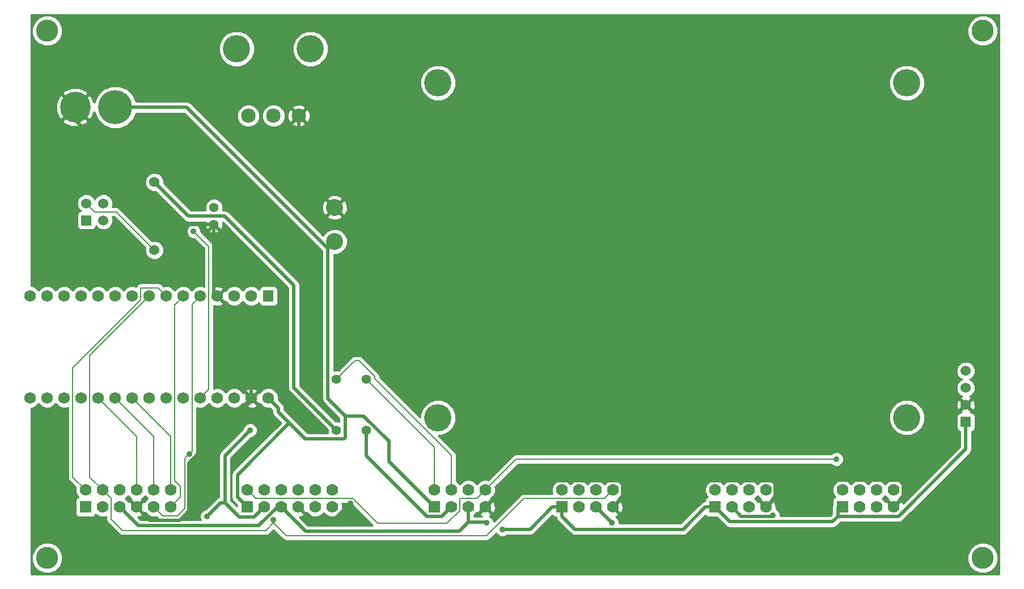
<source format=gbl>
G04 (created by PCBNEW-RS274X (2011-07-19)-testing) date Fri 05 Aug 2011 12:19:43 PM PDT*
G01*
G70*
G90*
%MOIN*%
G04 Gerber Fmt 3.4, Leading zero omitted, Abs format*
%FSLAX34Y34*%
G04 APERTURE LIST*
%ADD10C,0.006000*%
%ADD11C,0.130000*%
%ADD12C,0.160000*%
%ADD13C,0.060000*%
%ADD14C,0.055000*%
%ADD15C,0.085000*%
%ADD16R,0.060000X0.060000*%
%ADD17C,0.100000*%
%ADD18R,0.060000X0.069000*%
%ADD19C,0.069000*%
%ADD20R,0.070000X0.070000*%
%ADD21C,0.070000*%
%ADD22C,0.200000*%
%ADD23C,0.181100*%
%ADD24C,0.035000*%
%ADD25C,0.020000*%
%ADD26C,0.008000*%
%ADD27C,0.010000*%
G04 APERTURE END LIST*
G54D10*
G54D11*
X32000Y-14500D03*
X32000Y-45500D03*
X87000Y-45500D03*
X87000Y-14500D03*
G54D12*
X54970Y-17565D03*
X82530Y-37250D03*
X82530Y-17565D03*
X54970Y-37250D03*
G54D13*
X38300Y-27400D03*
X38300Y-23400D03*
G54D14*
X50750Y-38000D03*
X50750Y-35000D03*
X49000Y-38000D03*
X49000Y-35000D03*
G54D15*
X43820Y-19500D03*
X45300Y-19500D03*
X46780Y-19500D03*
G54D12*
X43130Y-15560D03*
X47470Y-15560D03*
G54D16*
X86000Y-37500D03*
G54D13*
X86000Y-36500D03*
X86000Y-35500D03*
X86000Y-34500D03*
G54D17*
X48900Y-26900D03*
X48900Y-24900D03*
G54D14*
X41800Y-24900D03*
X41800Y-25900D03*
G54D18*
X45000Y-30100D03*
G54D19*
X44000Y-30100D03*
X43000Y-30100D03*
X42000Y-30100D03*
X41000Y-30100D03*
X40000Y-30100D03*
X39000Y-30100D03*
X38000Y-30100D03*
X37000Y-30100D03*
X36000Y-30100D03*
X35000Y-30100D03*
X34000Y-30100D03*
X33000Y-30100D03*
X32000Y-30100D03*
X31000Y-30100D03*
X31000Y-36100D03*
X32000Y-36100D03*
X33000Y-36100D03*
X34000Y-36100D03*
X35000Y-36100D03*
X36000Y-36100D03*
X37000Y-36100D03*
X38000Y-36100D03*
X39000Y-36100D03*
X40000Y-36100D03*
X41000Y-36100D03*
X42000Y-36100D03*
X43000Y-36100D03*
X44000Y-36100D03*
X45000Y-36100D03*
G54D20*
X43750Y-42500D03*
G54D21*
X43750Y-41500D03*
X44750Y-42500D03*
X44750Y-41500D03*
X45750Y-42500D03*
X45750Y-41500D03*
X46750Y-42500D03*
X46750Y-41500D03*
X47750Y-42500D03*
X47750Y-41500D03*
X48750Y-42500D03*
X48750Y-41500D03*
G54D20*
X34250Y-42500D03*
G54D21*
X34250Y-41500D03*
X35250Y-42500D03*
X35250Y-41500D03*
X36250Y-42500D03*
X36250Y-41500D03*
X37250Y-42500D03*
X37250Y-41500D03*
X38250Y-42500D03*
X38250Y-41500D03*
X39250Y-42500D03*
X39250Y-41500D03*
G54D20*
X62250Y-42500D03*
G54D21*
X62250Y-41500D03*
X63250Y-42500D03*
X63250Y-41500D03*
X64250Y-42500D03*
X64250Y-41500D03*
X65250Y-42500D03*
X65250Y-41500D03*
G54D20*
X78750Y-42500D03*
G54D21*
X78750Y-41500D03*
X79750Y-42500D03*
X79750Y-41500D03*
X80750Y-42500D03*
X80750Y-41500D03*
X81750Y-42500D03*
X81750Y-41500D03*
G54D20*
X54750Y-42500D03*
G54D21*
X54750Y-41500D03*
X55750Y-42500D03*
X55750Y-41500D03*
X56750Y-42500D03*
X56750Y-41500D03*
X57750Y-42500D03*
X57750Y-41500D03*
G54D20*
X71250Y-42500D03*
G54D21*
X71250Y-41500D03*
X72250Y-42500D03*
X72250Y-41500D03*
X73250Y-42500D03*
X73250Y-41500D03*
X74250Y-42500D03*
X74250Y-41500D03*
G54D16*
X34300Y-25650D03*
G54D13*
X34300Y-24650D03*
X35300Y-25650D03*
X35300Y-24650D03*
G54D22*
X36000Y-19000D03*
G54D23*
X33638Y-19000D03*
G54D24*
X65183Y-43433D03*
X57818Y-43441D03*
X43927Y-38000D03*
X41394Y-43053D03*
X74660Y-42983D03*
X40344Y-39382D03*
X78392Y-39690D03*
X45299Y-43274D03*
X40600Y-26286D03*
X58755Y-43829D03*
X49805Y-42302D03*
G54D25*
X37354Y-43604D02*
X36250Y-42500D01*
X44435Y-43604D02*
X37354Y-43604D01*
X45539Y-42500D02*
X44435Y-43604D01*
X45750Y-42500D02*
X45539Y-42500D01*
X65183Y-43433D02*
X64250Y-42500D01*
X57782Y-43405D02*
X57818Y-43441D01*
X56750Y-43405D02*
X57782Y-43405D01*
X56750Y-42500D02*
X56750Y-43405D01*
X47187Y-43937D02*
X45750Y-42500D01*
X56218Y-43937D02*
X47187Y-43937D01*
X56750Y-43405D02*
X56218Y-43937D01*
X50750Y-39487D02*
X50750Y-38000D01*
X54316Y-43053D02*
X50750Y-39487D01*
X55197Y-43053D02*
X54316Y-43053D01*
X55750Y-42500D02*
X55197Y-43053D01*
X42451Y-39476D02*
X43927Y-38000D01*
X42451Y-42264D02*
X42451Y-39476D01*
X43288Y-43101D02*
X42451Y-42264D01*
X44149Y-43101D02*
X43288Y-43101D01*
X44750Y-42500D02*
X44149Y-43101D01*
X42183Y-42264D02*
X41394Y-43053D01*
X42451Y-42264D02*
X42183Y-42264D01*
X74589Y-43054D02*
X74660Y-42983D01*
X72804Y-43054D02*
X74589Y-43054D01*
X72250Y-42500D02*
X72804Y-43054D01*
X40300Y-25400D02*
X38300Y-23400D01*
X42427Y-25400D02*
X40300Y-25400D01*
X46493Y-29466D02*
X42427Y-25400D01*
X46493Y-35493D02*
X46493Y-29466D01*
X49000Y-38000D02*
X46493Y-35493D01*
G54D26*
X37250Y-38350D02*
X35000Y-36100D01*
X37250Y-41500D02*
X37250Y-38350D01*
X38250Y-38350D02*
X36000Y-36100D01*
X38250Y-41500D02*
X38250Y-38350D01*
X39250Y-38350D02*
X37000Y-36100D01*
X39250Y-41500D02*
X39250Y-38350D01*
X40511Y-39215D02*
X40344Y-39382D01*
X40511Y-30589D02*
X40511Y-39215D01*
X41000Y-30100D02*
X40511Y-30589D01*
X38791Y-43041D02*
X38250Y-42500D01*
X39638Y-43041D02*
X38791Y-43041D01*
X40085Y-42594D02*
X39638Y-43041D01*
X40085Y-39641D02*
X40085Y-42594D01*
X40344Y-39382D02*
X40085Y-39641D01*
X39489Y-30611D02*
X40000Y-30100D01*
X39489Y-40961D02*
X39489Y-30611D01*
X39828Y-41300D02*
X39489Y-40961D01*
X39828Y-41922D02*
X39828Y-41300D01*
X39250Y-42500D02*
X39828Y-41922D01*
X57244Y-42006D02*
X57750Y-41500D01*
X56272Y-42006D02*
X57244Y-42006D01*
X56250Y-42028D02*
X56272Y-42006D01*
X56250Y-42710D02*
X56250Y-42028D01*
X55485Y-43475D02*
X56250Y-42710D01*
X51429Y-43475D02*
X55485Y-43475D01*
X49938Y-41984D02*
X51429Y-43475D01*
X49673Y-41984D02*
X49938Y-41984D01*
X49657Y-42000D02*
X49673Y-41984D01*
X44250Y-42000D02*
X49657Y-42000D01*
X43750Y-41500D02*
X44250Y-42000D01*
X59560Y-39690D02*
X78392Y-39690D01*
X57750Y-41500D02*
X59560Y-39690D01*
X38511Y-29611D02*
X39000Y-30100D01*
X37522Y-29611D02*
X38511Y-29611D01*
X37500Y-29633D02*
X37522Y-29611D01*
X37500Y-30339D02*
X37500Y-29633D01*
X33500Y-34339D02*
X37500Y-30339D01*
X33500Y-40750D02*
X33500Y-34339D01*
X34250Y-41500D02*
X33500Y-40750D01*
X34501Y-40751D02*
X35250Y-41500D01*
X34501Y-33599D02*
X34501Y-40751D01*
X38000Y-30100D02*
X34501Y-33599D01*
X64744Y-42006D02*
X65250Y-41500D01*
X60012Y-42006D02*
X64744Y-42006D01*
X57818Y-44200D02*
X60012Y-42006D01*
X46059Y-44200D02*
X57818Y-44200D01*
X45299Y-43440D02*
X46059Y-44200D01*
X44854Y-43885D02*
X45299Y-43440D01*
X36431Y-43885D02*
X44854Y-43885D01*
X35756Y-43210D02*
X36431Y-43885D01*
X35756Y-42006D02*
X35756Y-43210D01*
X35250Y-41500D02*
X35756Y-42006D01*
X45299Y-43440D02*
X45299Y-43274D01*
X41500Y-27186D02*
X40600Y-26286D01*
X41500Y-35600D02*
X41500Y-27186D01*
X41000Y-36100D02*
X41500Y-35600D01*
X54750Y-39000D02*
X50750Y-35000D01*
X54750Y-41500D02*
X54750Y-39000D01*
X50099Y-33901D02*
X49000Y-35000D01*
X50331Y-33901D02*
X50099Y-33901D01*
X51257Y-34827D02*
X50331Y-33901D01*
X51257Y-34966D02*
X51257Y-34827D01*
X55750Y-39459D02*
X51257Y-34966D01*
X55750Y-41500D02*
X55750Y-39459D01*
G54D25*
X71250Y-42500D02*
X70697Y-42500D01*
X78750Y-42500D02*
X78474Y-42500D01*
X78474Y-42500D02*
X78474Y-43054D01*
X78158Y-43370D02*
X78474Y-43054D01*
X72120Y-43370D02*
X78158Y-43370D01*
X71250Y-42500D02*
X72120Y-43370D01*
X86000Y-39097D02*
X86000Y-37500D01*
X82043Y-43054D02*
X86000Y-39097D01*
X78474Y-43054D02*
X82043Y-43054D01*
X62250Y-42500D02*
X62250Y-43053D01*
X52081Y-39831D02*
X54750Y-42500D01*
X52081Y-38641D02*
X52081Y-39831D01*
X50583Y-37143D02*
X52081Y-38641D01*
X49520Y-37143D02*
X50583Y-37143D01*
X40194Y-19000D02*
X48497Y-27303D01*
X36000Y-19000D02*
X40194Y-19000D01*
X48497Y-36120D02*
X48497Y-27303D01*
X49520Y-37143D02*
X48497Y-36120D01*
X48497Y-27303D02*
X48900Y-26900D01*
X62250Y-42500D02*
X61697Y-42500D01*
X43175Y-40621D02*
X46234Y-37562D01*
X43175Y-41925D02*
X43175Y-40621D01*
X43750Y-42500D02*
X43175Y-41925D01*
X45582Y-36911D02*
X46234Y-37562D01*
X45582Y-36682D02*
X45582Y-36911D01*
X45000Y-36100D02*
X45582Y-36682D01*
X49520Y-38437D02*
X49520Y-37143D01*
X49463Y-38494D02*
X49520Y-38437D01*
X47165Y-38494D02*
X49463Y-38494D01*
X46234Y-37562D02*
X47165Y-38494D01*
X58767Y-43817D02*
X58755Y-43829D01*
X58767Y-43816D02*
X58767Y-43817D01*
X60381Y-43816D02*
X58767Y-43816D01*
X61697Y-42500D02*
X60381Y-43816D01*
X69373Y-43824D02*
X70697Y-42500D01*
X63021Y-43824D02*
X69373Y-43824D01*
X62250Y-43053D02*
X63021Y-43824D01*
X82330Y-40170D02*
X82330Y-40941D01*
X86000Y-36500D02*
X82330Y-40170D01*
X82330Y-41920D02*
X81750Y-42500D01*
X82330Y-40941D02*
X82330Y-41920D01*
X74833Y-40941D02*
X74804Y-40970D01*
X82330Y-40941D02*
X74833Y-40941D01*
X74804Y-41946D02*
X74804Y-40970D01*
X74250Y-42500D02*
X74804Y-41946D01*
X65888Y-40946D02*
X65830Y-41004D01*
X74780Y-40946D02*
X65888Y-40946D01*
X74804Y-40970D02*
X74780Y-40946D01*
X65773Y-40947D02*
X65830Y-41004D01*
X59303Y-40947D02*
X65773Y-40947D01*
X57750Y-42500D02*
X59303Y-40947D01*
X65830Y-41920D02*
X65250Y-42500D01*
X65830Y-41004D02*
X65830Y-41920D01*
X39781Y-25900D02*
X41800Y-25900D01*
X33638Y-19757D02*
X39781Y-25900D01*
X33638Y-19000D02*
X33638Y-19757D01*
X41800Y-29900D02*
X42000Y-30100D01*
X41800Y-25900D02*
X41800Y-29900D01*
X44000Y-32100D02*
X44000Y-36100D01*
X42000Y-30100D02*
X44000Y-32100D01*
X46780Y-22780D02*
X46780Y-19500D01*
X48900Y-24900D02*
X46780Y-22780D01*
X47429Y-43179D02*
X46750Y-42500D01*
X48928Y-43179D02*
X47429Y-43179D01*
X49805Y-42302D02*
X48928Y-43179D01*
X44000Y-36261D02*
X44000Y-36100D01*
X40329Y-39932D02*
X44000Y-36261D01*
X40329Y-42740D02*
X40329Y-39932D01*
X39784Y-43285D02*
X40329Y-42740D01*
X38035Y-43285D02*
X39784Y-43285D01*
X37250Y-42500D02*
X38035Y-43285D01*
G54D26*
X36050Y-25150D02*
X38300Y-27400D01*
X34800Y-25150D02*
X36050Y-25150D01*
X34300Y-24650D02*
X34800Y-25150D01*
G54D10*
G36*
X38597Y-43254D02*
X37498Y-43254D01*
X37329Y-43085D01*
X37394Y-43082D01*
X37560Y-43013D01*
X37593Y-42914D01*
X37285Y-42606D01*
X37250Y-42571D01*
X37179Y-42500D01*
X37144Y-42465D01*
X36836Y-42157D01*
X36765Y-42180D01*
X36758Y-42161D01*
X36597Y-42000D01*
X36750Y-41847D01*
X36911Y-42008D01*
X36930Y-42015D01*
X36907Y-42086D01*
X37250Y-42429D01*
X37593Y-42086D01*
X37569Y-42015D01*
X37589Y-42008D01*
X37750Y-41847D01*
X37903Y-42000D01*
X37742Y-42161D01*
X37734Y-42180D01*
X37664Y-42157D01*
X37321Y-42500D01*
X37664Y-42843D01*
X37734Y-42819D01*
X37742Y-42839D01*
X37911Y-43008D01*
X38131Y-43099D01*
X38369Y-43099D01*
X38418Y-43078D01*
X38586Y-43246D01*
X38597Y-43254D01*
X38597Y-43254D01*
G37*
G54D27*
X38597Y-43254D02*
X37498Y-43254D01*
X37329Y-43085D01*
X37394Y-43082D01*
X37560Y-43013D01*
X37593Y-42914D01*
X37285Y-42606D01*
X37250Y-42571D01*
X37179Y-42500D01*
X37144Y-42465D01*
X36836Y-42157D01*
X36765Y-42180D01*
X36758Y-42161D01*
X36597Y-42000D01*
X36750Y-41847D01*
X36911Y-42008D01*
X36930Y-42015D01*
X36907Y-42086D01*
X37250Y-42429D01*
X37593Y-42086D01*
X37569Y-42015D01*
X37589Y-42008D01*
X37750Y-41847D01*
X37903Y-42000D01*
X37742Y-42161D01*
X37734Y-42180D01*
X37664Y-42157D01*
X37321Y-42500D01*
X37664Y-42843D01*
X37734Y-42819D01*
X37742Y-42839D01*
X37911Y-43008D01*
X38131Y-43099D01*
X38369Y-43099D01*
X38418Y-43078D01*
X38586Y-43246D01*
X38597Y-43254D01*
G54D10*
G36*
X51131Y-43587D02*
X47331Y-43587D01*
X46829Y-43085D01*
X46894Y-43082D01*
X47060Y-43013D01*
X47093Y-42914D01*
X46785Y-42606D01*
X46750Y-42571D01*
X46679Y-42500D01*
X46750Y-42429D01*
X46821Y-42500D01*
X46856Y-42535D01*
X47164Y-42843D01*
X47234Y-42819D01*
X47242Y-42839D01*
X47411Y-43008D01*
X47631Y-43099D01*
X47869Y-43099D01*
X48089Y-43008D01*
X48250Y-42847D01*
X48411Y-43008D01*
X48631Y-43099D01*
X48869Y-43099D01*
X49089Y-43008D01*
X49258Y-42839D01*
X49349Y-42619D01*
X49349Y-42381D01*
X49311Y-42290D01*
X49657Y-42290D01*
X49737Y-42274D01*
X49818Y-42274D01*
X51131Y-43587D01*
X51131Y-43587D01*
G37*
G54D27*
X51131Y-43587D02*
X47331Y-43587D01*
X46829Y-43085D01*
X46894Y-43082D01*
X47060Y-43013D01*
X47093Y-42914D01*
X46785Y-42606D01*
X46750Y-42571D01*
X46679Y-42500D01*
X46750Y-42429D01*
X46821Y-42500D01*
X46856Y-42535D01*
X47164Y-42843D01*
X47234Y-42819D01*
X47242Y-42839D01*
X47411Y-43008D01*
X47631Y-43099D01*
X47869Y-43099D01*
X48089Y-43008D01*
X48250Y-42847D01*
X48411Y-43008D01*
X48631Y-43099D01*
X48869Y-43099D01*
X49089Y-43008D01*
X49258Y-42839D01*
X49349Y-42619D01*
X49349Y-42381D01*
X49311Y-42290D01*
X49657Y-42290D01*
X49737Y-42274D01*
X49818Y-42274D01*
X51131Y-43587D01*
G54D10*
G36*
X87950Y-46450D02*
X87900Y-46450D01*
X87900Y-45680D01*
X87900Y-45322D01*
X87900Y-14680D01*
X87900Y-14322D01*
X87763Y-13991D01*
X87511Y-13738D01*
X87180Y-13600D01*
X86822Y-13600D01*
X86491Y-13737D01*
X86238Y-13989D01*
X86100Y-14320D01*
X86100Y-14678D01*
X86237Y-15009D01*
X86489Y-15262D01*
X86820Y-15400D01*
X87178Y-15400D01*
X87509Y-15263D01*
X87762Y-15011D01*
X87900Y-14680D01*
X87900Y-45322D01*
X87763Y-44991D01*
X87511Y-44738D01*
X87180Y-44600D01*
X86822Y-44600D01*
X86491Y-44737D01*
X86238Y-44989D01*
X86100Y-45320D01*
X86100Y-45678D01*
X86237Y-46009D01*
X86489Y-46262D01*
X86820Y-46400D01*
X87178Y-46400D01*
X87509Y-46263D01*
X87762Y-46011D01*
X87900Y-45680D01*
X87900Y-46450D01*
X32900Y-46450D01*
X32900Y-45680D01*
X32900Y-45322D01*
X32763Y-44991D01*
X32511Y-44738D01*
X32180Y-44600D01*
X31822Y-44600D01*
X31491Y-44737D01*
X31238Y-44989D01*
X31100Y-45320D01*
X31100Y-45678D01*
X31237Y-46009D01*
X31489Y-46262D01*
X31820Y-46400D01*
X32178Y-46400D01*
X32509Y-46263D01*
X32762Y-46011D01*
X32900Y-45680D01*
X32900Y-46450D01*
X31050Y-46450D01*
X31050Y-36694D01*
X31118Y-36694D01*
X31336Y-36604D01*
X31500Y-36440D01*
X31663Y-36603D01*
X31882Y-36694D01*
X32118Y-36694D01*
X32336Y-36604D01*
X32500Y-36440D01*
X32663Y-36603D01*
X32882Y-36694D01*
X33118Y-36694D01*
X33210Y-36656D01*
X33210Y-40750D01*
X33232Y-40861D01*
X33295Y-40955D01*
X33671Y-41331D01*
X33651Y-41381D01*
X33651Y-41619D01*
X33742Y-41839D01*
X33817Y-41914D01*
X33759Y-41939D01*
X33689Y-42009D01*
X33651Y-42100D01*
X33651Y-42199D01*
X33651Y-42899D01*
X33689Y-42991D01*
X33759Y-43061D01*
X33850Y-43099D01*
X33949Y-43099D01*
X34649Y-43099D01*
X34741Y-43061D01*
X34811Y-42991D01*
X34835Y-42932D01*
X34911Y-43008D01*
X35131Y-43099D01*
X35369Y-43099D01*
X35466Y-43058D01*
X35466Y-43210D01*
X35488Y-43321D01*
X35551Y-43415D01*
X36226Y-44090D01*
X36320Y-44153D01*
X36431Y-44175D01*
X44854Y-44175D01*
X44965Y-44153D01*
X45059Y-44090D01*
X45299Y-43850D01*
X45853Y-44404D01*
X45854Y-44405D01*
X45947Y-44467D01*
X45948Y-44468D01*
X46058Y-44489D01*
X46059Y-44490D01*
X57818Y-44490D01*
X57929Y-44468D01*
X58023Y-44405D01*
X58383Y-44044D01*
X58394Y-44069D01*
X58514Y-44189D01*
X58670Y-44254D01*
X58839Y-44254D01*
X58995Y-44190D01*
X59019Y-44166D01*
X60381Y-44166D01*
X60381Y-44165D01*
X60515Y-44139D01*
X60628Y-44063D01*
X61694Y-42996D01*
X61759Y-43061D01*
X61850Y-43099D01*
X61909Y-43099D01*
X61927Y-43187D01*
X62003Y-43300D01*
X62773Y-44071D01*
X62774Y-44071D01*
X62887Y-44147D01*
X63021Y-44174D01*
X69373Y-44174D01*
X69373Y-44173D01*
X69507Y-44147D01*
X69620Y-44071D01*
X70694Y-42996D01*
X70759Y-43061D01*
X70850Y-43099D01*
X70949Y-43099D01*
X71354Y-43099D01*
X71872Y-43617D01*
X71873Y-43617D01*
X71986Y-43693D01*
X72120Y-43720D01*
X78158Y-43720D01*
X78158Y-43719D01*
X78292Y-43693D01*
X78405Y-43617D01*
X78618Y-43404D01*
X82043Y-43404D01*
X82043Y-43403D01*
X82177Y-43377D01*
X82290Y-43301D01*
X86247Y-39345D01*
X86247Y-39344D01*
X86323Y-39231D01*
X86349Y-39097D01*
X86350Y-39097D01*
X86350Y-38048D01*
X86441Y-38011D01*
X86511Y-37941D01*
X86549Y-37850D01*
X86549Y-37751D01*
X86549Y-37151D01*
X86549Y-35609D01*
X86549Y-35391D01*
X86465Y-35189D01*
X86311Y-35035D01*
X86226Y-35000D01*
X86311Y-34965D01*
X86465Y-34811D01*
X86549Y-34609D01*
X86549Y-34391D01*
X86465Y-34189D01*
X86311Y-34035D01*
X86109Y-33951D01*
X85891Y-33951D01*
X85689Y-34035D01*
X85535Y-34189D01*
X85451Y-34391D01*
X85451Y-34609D01*
X85535Y-34811D01*
X85689Y-34965D01*
X85773Y-35000D01*
X85689Y-35035D01*
X85535Y-35189D01*
X85451Y-35391D01*
X85451Y-35609D01*
X85535Y-35811D01*
X85689Y-35965D01*
X85780Y-36002D01*
X85719Y-36028D01*
X85692Y-36122D01*
X86000Y-36429D01*
X86308Y-36122D01*
X86281Y-36028D01*
X86215Y-36004D01*
X86311Y-35965D01*
X86465Y-35811D01*
X86549Y-35609D01*
X86549Y-37151D01*
X86543Y-37136D01*
X86543Y-36579D01*
X86532Y-36366D01*
X86472Y-36219D01*
X86378Y-36192D01*
X86071Y-36500D01*
X86378Y-36808D01*
X86472Y-36781D01*
X86543Y-36579D01*
X86543Y-37136D01*
X86511Y-37059D01*
X86441Y-36989D01*
X86350Y-36951D01*
X86287Y-36951D01*
X86308Y-36878D01*
X86000Y-36571D01*
X85929Y-36641D01*
X85929Y-36500D01*
X85622Y-36192D01*
X85528Y-36219D01*
X85457Y-36421D01*
X85468Y-36634D01*
X85528Y-36781D01*
X85622Y-36808D01*
X85929Y-36500D01*
X85929Y-36641D01*
X85692Y-36878D01*
X85712Y-36951D01*
X85651Y-36951D01*
X85559Y-36989D01*
X85489Y-37059D01*
X85451Y-37150D01*
X85451Y-37249D01*
X85451Y-37849D01*
X85489Y-37941D01*
X85559Y-38011D01*
X85650Y-38049D01*
X85650Y-38952D01*
X83580Y-41022D01*
X83580Y-37460D01*
X83580Y-37042D01*
X83580Y-17775D01*
X83580Y-17357D01*
X83420Y-16971D01*
X83125Y-16675D01*
X82740Y-16515D01*
X82322Y-16515D01*
X81936Y-16675D01*
X81640Y-16970D01*
X81480Y-17355D01*
X81480Y-17773D01*
X81640Y-18159D01*
X81935Y-18455D01*
X82320Y-18615D01*
X82738Y-18615D01*
X83124Y-18455D01*
X83420Y-18160D01*
X83580Y-17775D01*
X83580Y-37042D01*
X83420Y-36656D01*
X83125Y-36360D01*
X82740Y-36200D01*
X82322Y-36200D01*
X81936Y-36360D01*
X81640Y-36655D01*
X81480Y-37040D01*
X81480Y-37458D01*
X81640Y-37844D01*
X81935Y-38140D01*
X82320Y-38300D01*
X82738Y-38300D01*
X83124Y-38140D01*
X83420Y-37845D01*
X83580Y-37460D01*
X83580Y-41022D01*
X82307Y-42295D01*
X82263Y-42190D01*
X82164Y-42157D01*
X81856Y-42465D01*
X81821Y-42500D01*
X81750Y-42571D01*
X81679Y-42500D01*
X81644Y-42465D01*
X81336Y-42157D01*
X81265Y-42180D01*
X81258Y-42161D01*
X81097Y-42000D01*
X81250Y-41847D01*
X81411Y-42008D01*
X81430Y-42015D01*
X81407Y-42086D01*
X81750Y-42429D01*
X82093Y-42086D01*
X82069Y-42015D01*
X82089Y-42008D01*
X82258Y-41839D01*
X82349Y-41619D01*
X82349Y-41381D01*
X82258Y-41161D01*
X82089Y-40992D01*
X81869Y-40901D01*
X81631Y-40901D01*
X81411Y-40992D01*
X81250Y-41153D01*
X81089Y-40992D01*
X80869Y-40901D01*
X80631Y-40901D01*
X80411Y-40992D01*
X80250Y-41153D01*
X80089Y-40992D01*
X79869Y-40901D01*
X79631Y-40901D01*
X79411Y-40992D01*
X79250Y-41153D01*
X79089Y-40992D01*
X78869Y-40901D01*
X78631Y-40901D01*
X78411Y-40992D01*
X78242Y-41161D01*
X78151Y-41381D01*
X78151Y-41619D01*
X78242Y-41839D01*
X78317Y-41914D01*
X78259Y-41939D01*
X78189Y-42009D01*
X78151Y-42100D01*
X78151Y-42199D01*
X78151Y-42366D01*
X78124Y-42500D01*
X78124Y-42909D01*
X78013Y-43020D01*
X75085Y-43020D01*
X75085Y-42899D01*
X75021Y-42743D01*
X74901Y-42623D01*
X74840Y-42597D01*
X74843Y-42591D01*
X74832Y-42356D01*
X74763Y-42190D01*
X74664Y-42157D01*
X74356Y-42465D01*
X74321Y-42500D01*
X74250Y-42571D01*
X74179Y-42500D01*
X74144Y-42465D01*
X73836Y-42157D01*
X73765Y-42180D01*
X73758Y-42161D01*
X73597Y-42000D01*
X73750Y-41847D01*
X73911Y-42008D01*
X73930Y-42015D01*
X73907Y-42086D01*
X74250Y-42429D01*
X74593Y-42086D01*
X74569Y-42015D01*
X74589Y-42008D01*
X74758Y-41839D01*
X74849Y-41619D01*
X74849Y-41381D01*
X74758Y-41161D01*
X74589Y-40992D01*
X74369Y-40901D01*
X74131Y-40901D01*
X73911Y-40992D01*
X73750Y-41153D01*
X73589Y-40992D01*
X73369Y-40901D01*
X73131Y-40901D01*
X72911Y-40992D01*
X72750Y-41153D01*
X72589Y-40992D01*
X72369Y-40901D01*
X72131Y-40901D01*
X71911Y-40992D01*
X71750Y-41153D01*
X71589Y-40992D01*
X71369Y-40901D01*
X71131Y-40901D01*
X70911Y-40992D01*
X70742Y-41161D01*
X70651Y-41381D01*
X70651Y-41619D01*
X70742Y-41839D01*
X70817Y-41914D01*
X70759Y-41939D01*
X70689Y-42009D01*
X70651Y-42100D01*
X70651Y-42159D01*
X70563Y-42177D01*
X70449Y-42253D01*
X69228Y-43474D01*
X65843Y-43474D01*
X65843Y-42591D01*
X65832Y-42356D01*
X65763Y-42190D01*
X65664Y-42157D01*
X65321Y-42500D01*
X65664Y-42843D01*
X65763Y-42810D01*
X65843Y-42591D01*
X65843Y-43474D01*
X65608Y-43474D01*
X65608Y-43349D01*
X65544Y-43193D01*
X65424Y-43073D01*
X65419Y-43071D01*
X65560Y-43013D01*
X65593Y-42914D01*
X65285Y-42606D01*
X65250Y-42571D01*
X65179Y-42500D01*
X65250Y-42429D01*
X65285Y-42394D01*
X65593Y-42086D01*
X65569Y-42015D01*
X65589Y-42008D01*
X65758Y-41839D01*
X65849Y-41619D01*
X65849Y-41381D01*
X65758Y-41161D01*
X65589Y-40992D01*
X65369Y-40901D01*
X65131Y-40901D01*
X64911Y-40992D01*
X64750Y-41153D01*
X64589Y-40992D01*
X64369Y-40901D01*
X64131Y-40901D01*
X63911Y-40992D01*
X63750Y-41153D01*
X63589Y-40992D01*
X63369Y-40901D01*
X63131Y-40901D01*
X62911Y-40992D01*
X62750Y-41153D01*
X62589Y-40992D01*
X62369Y-40901D01*
X62131Y-40901D01*
X61911Y-40992D01*
X61742Y-41161D01*
X61651Y-41381D01*
X61651Y-41619D01*
X61691Y-41716D01*
X60012Y-41716D01*
X59901Y-41738D01*
X59869Y-41759D01*
X59806Y-41801D01*
X58343Y-43264D01*
X58343Y-42591D01*
X58332Y-42356D01*
X58263Y-42190D01*
X58164Y-42157D01*
X57821Y-42500D01*
X58164Y-42843D01*
X58263Y-42810D01*
X58343Y-42591D01*
X58343Y-43264D01*
X58243Y-43364D01*
X58243Y-43357D01*
X58179Y-43201D01*
X58059Y-43081D01*
X57977Y-43047D01*
X58060Y-43013D01*
X58093Y-42914D01*
X57750Y-42571D01*
X57407Y-42914D01*
X57440Y-43013D01*
X57554Y-43055D01*
X57100Y-43055D01*
X57100Y-42997D01*
X57258Y-42839D01*
X57265Y-42819D01*
X57336Y-42843D01*
X57644Y-42535D01*
X57679Y-42500D01*
X57750Y-42429D01*
X57785Y-42394D01*
X58093Y-42086D01*
X58069Y-42015D01*
X58089Y-42008D01*
X58258Y-41839D01*
X58349Y-41619D01*
X58349Y-41381D01*
X58328Y-41331D01*
X59680Y-39980D01*
X78081Y-39980D01*
X78151Y-40050D01*
X78307Y-40115D01*
X78476Y-40115D01*
X78632Y-40051D01*
X78752Y-39931D01*
X78817Y-39775D01*
X78817Y-39606D01*
X78753Y-39450D01*
X78633Y-39330D01*
X78477Y-39265D01*
X78308Y-39265D01*
X78152Y-39329D01*
X78081Y-39400D01*
X59560Y-39400D01*
X59449Y-39422D01*
X59417Y-39443D01*
X59354Y-39485D01*
X57918Y-40921D01*
X57869Y-40901D01*
X57631Y-40901D01*
X57411Y-40992D01*
X57250Y-41153D01*
X57089Y-40992D01*
X56869Y-40901D01*
X56631Y-40901D01*
X56411Y-40992D01*
X56250Y-41153D01*
X56089Y-40992D01*
X56040Y-40971D01*
X56040Y-39459D01*
X56018Y-39348D01*
X55955Y-39254D01*
X55001Y-38300D01*
X55178Y-38300D01*
X55564Y-38140D01*
X55860Y-37845D01*
X56020Y-37460D01*
X56020Y-37042D01*
X56020Y-17775D01*
X56020Y-17357D01*
X55860Y-16971D01*
X55565Y-16675D01*
X55180Y-16515D01*
X54762Y-16515D01*
X54376Y-16675D01*
X54080Y-16970D01*
X53920Y-17355D01*
X53920Y-17773D01*
X54080Y-18159D01*
X54375Y-18455D01*
X54760Y-18615D01*
X55178Y-18615D01*
X55564Y-18455D01*
X55860Y-18160D01*
X56020Y-17775D01*
X56020Y-37042D01*
X55860Y-36656D01*
X55565Y-36360D01*
X55180Y-36200D01*
X54762Y-36200D01*
X54376Y-36360D01*
X54080Y-36655D01*
X53920Y-37040D01*
X53920Y-37219D01*
X51547Y-34846D01*
X51547Y-34827D01*
X51525Y-34716D01*
X51462Y-34622D01*
X50536Y-33696D01*
X50442Y-33633D01*
X50331Y-33611D01*
X50099Y-33611D01*
X49988Y-33633D01*
X49894Y-33696D01*
X49112Y-34477D01*
X49105Y-34475D01*
X48896Y-34475D01*
X48847Y-34495D01*
X48847Y-27649D01*
X49048Y-27649D01*
X49323Y-27535D01*
X49534Y-27325D01*
X49649Y-27050D01*
X49649Y-26752D01*
X49639Y-26727D01*
X49639Y-25027D01*
X49631Y-24735D01*
X49534Y-24500D01*
X49420Y-24450D01*
X49350Y-24520D01*
X49350Y-24380D01*
X49300Y-24266D01*
X49027Y-24161D01*
X48735Y-24169D01*
X48520Y-24257D01*
X48520Y-15770D01*
X48520Y-15352D01*
X48360Y-14966D01*
X48065Y-14670D01*
X47680Y-14510D01*
X47262Y-14510D01*
X46876Y-14670D01*
X46580Y-14965D01*
X46420Y-15350D01*
X46420Y-15768D01*
X46580Y-16154D01*
X46875Y-16450D01*
X47260Y-16610D01*
X47678Y-16610D01*
X48064Y-16450D01*
X48360Y-16155D01*
X48520Y-15770D01*
X48520Y-24257D01*
X48500Y-24266D01*
X48450Y-24380D01*
X48900Y-24829D01*
X49350Y-24380D01*
X49350Y-24520D01*
X48971Y-24900D01*
X49420Y-25350D01*
X49534Y-25300D01*
X49639Y-25027D01*
X49639Y-26727D01*
X49535Y-26477D01*
X49350Y-26291D01*
X49350Y-25420D01*
X48900Y-24971D01*
X48829Y-25041D01*
X48829Y-24900D01*
X48380Y-24450D01*
X48266Y-24500D01*
X48161Y-24773D01*
X48169Y-25065D01*
X48266Y-25300D01*
X48380Y-25350D01*
X48829Y-24900D01*
X48829Y-25041D01*
X48450Y-25420D01*
X48500Y-25534D01*
X48773Y-25639D01*
X49065Y-25631D01*
X49300Y-25534D01*
X49350Y-25420D01*
X49350Y-26291D01*
X49325Y-26266D01*
X49050Y-26151D01*
X48752Y-26151D01*
X48477Y-26265D01*
X48266Y-26475D01*
X48235Y-26546D01*
X47447Y-25758D01*
X47447Y-19608D01*
X47438Y-19344D01*
X47354Y-19145D01*
X47247Y-19104D01*
X47176Y-19175D01*
X47176Y-19033D01*
X47135Y-18926D01*
X46888Y-18833D01*
X46624Y-18842D01*
X46425Y-18926D01*
X46384Y-19033D01*
X46780Y-19429D01*
X47176Y-19033D01*
X47176Y-19175D01*
X46851Y-19500D01*
X47247Y-19896D01*
X47354Y-19855D01*
X47447Y-19608D01*
X47447Y-25758D01*
X47176Y-25487D01*
X47176Y-19967D01*
X46780Y-19571D01*
X46709Y-19642D01*
X46709Y-19500D01*
X46313Y-19104D01*
X46206Y-19145D01*
X46113Y-19392D01*
X46122Y-19656D01*
X46206Y-19855D01*
X46313Y-19896D01*
X46709Y-19500D01*
X46709Y-19642D01*
X46384Y-19967D01*
X46425Y-20074D01*
X46672Y-20167D01*
X46936Y-20158D01*
X47135Y-20074D01*
X47176Y-19967D01*
X47176Y-25487D01*
X45975Y-24286D01*
X45975Y-19635D01*
X45975Y-19366D01*
X45872Y-19118D01*
X45683Y-18928D01*
X45435Y-18825D01*
X45166Y-18825D01*
X44918Y-18928D01*
X44728Y-19117D01*
X44625Y-19365D01*
X44625Y-19634D01*
X44728Y-19882D01*
X44917Y-20072D01*
X45165Y-20175D01*
X45434Y-20175D01*
X45682Y-20072D01*
X45872Y-19883D01*
X45975Y-19635D01*
X45975Y-24286D01*
X44495Y-22806D01*
X44495Y-19635D01*
X44495Y-19366D01*
X44392Y-19118D01*
X44203Y-18928D01*
X44180Y-18918D01*
X44180Y-15770D01*
X44180Y-15352D01*
X44020Y-14966D01*
X43725Y-14670D01*
X43340Y-14510D01*
X42922Y-14510D01*
X42536Y-14670D01*
X42240Y-14965D01*
X42080Y-15350D01*
X42080Y-15768D01*
X42240Y-16154D01*
X42535Y-16450D01*
X42920Y-16610D01*
X43338Y-16610D01*
X43724Y-16450D01*
X44020Y-16155D01*
X44180Y-15770D01*
X44180Y-18918D01*
X43955Y-18825D01*
X43686Y-18825D01*
X43438Y-18928D01*
X43248Y-19117D01*
X43145Y-19365D01*
X43145Y-19634D01*
X43248Y-19882D01*
X43437Y-20072D01*
X43685Y-20175D01*
X43954Y-20175D01*
X44202Y-20072D01*
X44392Y-19883D01*
X44495Y-19635D01*
X44495Y-22806D01*
X40441Y-18753D01*
X40328Y-18677D01*
X40194Y-18650D01*
X37207Y-18650D01*
X37060Y-18293D01*
X36709Y-17941D01*
X36250Y-17751D01*
X35753Y-17750D01*
X35293Y-17940D01*
X34941Y-18291D01*
X34755Y-18738D01*
X34600Y-18363D01*
X34445Y-18264D01*
X34374Y-18335D01*
X34374Y-18193D01*
X34275Y-18038D01*
X33859Y-17867D01*
X33408Y-17869D01*
X33001Y-18038D01*
X32902Y-18193D01*
X33638Y-18929D01*
X34374Y-18193D01*
X34374Y-18335D01*
X33709Y-19000D01*
X34445Y-19736D01*
X34600Y-19637D01*
X34755Y-19259D01*
X34940Y-19707D01*
X35291Y-20059D01*
X35750Y-20249D01*
X36247Y-20250D01*
X36707Y-20060D01*
X37059Y-19709D01*
X37207Y-19350D01*
X40049Y-19350D01*
X48147Y-27447D01*
X48147Y-36120D01*
X48174Y-36254D01*
X48250Y-36367D01*
X49170Y-37287D01*
X49170Y-37501D01*
X49105Y-37475D01*
X48969Y-37475D01*
X46843Y-35348D01*
X46843Y-29466D01*
X46816Y-29332D01*
X46740Y-29219D01*
X46740Y-29218D01*
X42674Y-25153D01*
X42561Y-25077D01*
X42427Y-25050D01*
X42306Y-25050D01*
X42325Y-25005D01*
X42325Y-24796D01*
X42245Y-24603D01*
X42098Y-24455D01*
X41905Y-24375D01*
X41696Y-24375D01*
X41503Y-24455D01*
X41355Y-24602D01*
X41275Y-24795D01*
X41275Y-25004D01*
X41294Y-25050D01*
X40444Y-25050D01*
X38849Y-23454D01*
X38849Y-23291D01*
X38765Y-23089D01*
X38611Y-22935D01*
X38409Y-22851D01*
X38191Y-22851D01*
X37989Y-22935D01*
X37835Y-23089D01*
X37751Y-23291D01*
X37751Y-23509D01*
X37835Y-23711D01*
X37989Y-23865D01*
X38191Y-23949D01*
X38354Y-23949D01*
X40052Y-25647D01*
X40053Y-25647D01*
X40166Y-25723D01*
X40300Y-25750D01*
X41307Y-25750D01*
X41281Y-25826D01*
X41292Y-26030D01*
X41348Y-26167D01*
X41439Y-26190D01*
X41694Y-25935D01*
X41729Y-25900D01*
X41800Y-25829D01*
X41871Y-25900D01*
X41906Y-25935D01*
X42161Y-26190D01*
X42252Y-26167D01*
X42319Y-25974D01*
X42308Y-25775D01*
X46143Y-29610D01*
X46143Y-35493D01*
X46170Y-35627D01*
X46246Y-35740D01*
X48475Y-37969D01*
X48475Y-38104D01*
X48491Y-38144D01*
X47310Y-38144D01*
X46481Y-37315D01*
X45932Y-36766D01*
X45932Y-36682D01*
X45905Y-36548D01*
X45829Y-36435D01*
X45829Y-36434D01*
X45594Y-36199D01*
X45594Y-35982D01*
X45549Y-35873D01*
X45549Y-30495D01*
X45549Y-30396D01*
X45549Y-29706D01*
X45511Y-29614D01*
X45441Y-29544D01*
X45350Y-29506D01*
X45251Y-29506D01*
X44651Y-29506D01*
X44559Y-29544D01*
X44489Y-29614D01*
X44451Y-29705D01*
X44451Y-29711D01*
X44337Y-29597D01*
X44118Y-29506D01*
X43882Y-29506D01*
X43664Y-29596D01*
X43500Y-29760D01*
X43337Y-29597D01*
X43118Y-29506D01*
X42882Y-29506D01*
X42664Y-29596D01*
X42497Y-29763D01*
X42487Y-29785D01*
X42410Y-29761D01*
X42071Y-30100D01*
X42410Y-30439D01*
X42487Y-30414D01*
X42496Y-30436D01*
X42663Y-30603D01*
X42882Y-30694D01*
X43118Y-30694D01*
X43336Y-30604D01*
X43500Y-30440D01*
X43663Y-30603D01*
X43882Y-30694D01*
X44118Y-30694D01*
X44336Y-30604D01*
X44451Y-30489D01*
X44451Y-30494D01*
X44489Y-30586D01*
X44559Y-30656D01*
X44650Y-30694D01*
X44749Y-30694D01*
X45349Y-30694D01*
X45441Y-30656D01*
X45511Y-30586D01*
X45549Y-30495D01*
X45549Y-35873D01*
X45504Y-35764D01*
X45337Y-35597D01*
X45118Y-35506D01*
X44882Y-35506D01*
X44664Y-35596D01*
X44497Y-35763D01*
X44487Y-35785D01*
X44410Y-35761D01*
X44339Y-35832D01*
X44339Y-35690D01*
X44308Y-35592D01*
X44090Y-35512D01*
X43858Y-35522D01*
X43692Y-35592D01*
X43661Y-35690D01*
X44000Y-36029D01*
X44339Y-35690D01*
X44339Y-35832D01*
X44071Y-36100D01*
X44410Y-36439D01*
X44487Y-36414D01*
X44496Y-36436D01*
X44663Y-36603D01*
X44882Y-36694D01*
X45099Y-36694D01*
X45232Y-36826D01*
X45232Y-36911D01*
X45259Y-37045D01*
X45335Y-37158D01*
X45738Y-37562D01*
X42928Y-40374D01*
X42852Y-40487D01*
X42825Y-40621D01*
X42825Y-41925D01*
X42852Y-42059D01*
X42928Y-42172D01*
X43151Y-42395D01*
X43151Y-42469D01*
X42801Y-42119D01*
X42801Y-39620D01*
X43996Y-38425D01*
X44011Y-38425D01*
X44167Y-38361D01*
X44287Y-38241D01*
X44352Y-38085D01*
X44352Y-37916D01*
X44339Y-37884D01*
X44339Y-36510D01*
X44000Y-36171D01*
X43661Y-36510D01*
X43692Y-36608D01*
X43910Y-36688D01*
X44142Y-36678D01*
X44308Y-36608D01*
X44339Y-36510D01*
X44339Y-37884D01*
X44288Y-37760D01*
X44168Y-37640D01*
X44012Y-37575D01*
X43843Y-37575D01*
X43687Y-37639D01*
X43567Y-37759D01*
X43502Y-37915D01*
X43502Y-37930D01*
X42204Y-39229D01*
X42128Y-39342D01*
X42101Y-39476D01*
X42101Y-41930D01*
X42049Y-41941D01*
X41935Y-42017D01*
X41324Y-42628D01*
X41310Y-42628D01*
X41154Y-42692D01*
X41034Y-42812D01*
X40969Y-42968D01*
X40969Y-43137D01*
X41017Y-43254D01*
X39831Y-43254D01*
X39843Y-43246D01*
X40290Y-42799D01*
X40353Y-42705D01*
X40375Y-42594D01*
X40375Y-39807D01*
X40428Y-39807D01*
X40584Y-39743D01*
X40704Y-39623D01*
X40769Y-39467D01*
X40769Y-39340D01*
X40779Y-39326D01*
X40801Y-39215D01*
X40801Y-36660D01*
X40882Y-36694D01*
X41118Y-36694D01*
X41336Y-36604D01*
X41500Y-36440D01*
X41663Y-36603D01*
X41882Y-36694D01*
X42118Y-36694D01*
X42336Y-36604D01*
X42500Y-36440D01*
X42663Y-36603D01*
X42882Y-36694D01*
X43118Y-36694D01*
X43336Y-36604D01*
X43503Y-36437D01*
X43512Y-36414D01*
X43590Y-36439D01*
X43929Y-36100D01*
X43590Y-35761D01*
X43512Y-35785D01*
X43504Y-35764D01*
X43337Y-35597D01*
X43118Y-35506D01*
X42882Y-35506D01*
X42664Y-35596D01*
X42500Y-35760D01*
X42337Y-35597D01*
X42118Y-35506D01*
X41882Y-35506D01*
X41790Y-35543D01*
X41790Y-30643D01*
X41910Y-30688D01*
X42142Y-30678D01*
X42308Y-30608D01*
X42339Y-30510D01*
X42035Y-30206D01*
X42000Y-30171D01*
X41929Y-30100D01*
X42000Y-30029D01*
X42035Y-29994D01*
X42339Y-29690D01*
X42308Y-29592D01*
X42090Y-29512D01*
X42090Y-26261D01*
X41800Y-25971D01*
X41510Y-26261D01*
X41533Y-26352D01*
X41726Y-26419D01*
X41930Y-26408D01*
X42067Y-26352D01*
X42090Y-26261D01*
X42090Y-29512D01*
X41858Y-29522D01*
X41790Y-29550D01*
X41790Y-27186D01*
X41789Y-27185D01*
X41768Y-27075D01*
X41767Y-27074D01*
X41746Y-27043D01*
X41705Y-26981D01*
X41705Y-26980D01*
X41025Y-26300D01*
X41025Y-26202D01*
X40961Y-26046D01*
X40841Y-25926D01*
X40685Y-25861D01*
X40516Y-25861D01*
X40360Y-25925D01*
X40240Y-26045D01*
X40175Y-26201D01*
X40175Y-26370D01*
X40239Y-26526D01*
X40359Y-26646D01*
X40515Y-26711D01*
X40614Y-26711D01*
X41210Y-27306D01*
X41210Y-29544D01*
X41118Y-29506D01*
X40882Y-29506D01*
X40664Y-29596D01*
X40500Y-29760D01*
X40337Y-29597D01*
X40118Y-29506D01*
X39882Y-29506D01*
X39664Y-29596D01*
X39500Y-29760D01*
X39337Y-29597D01*
X39118Y-29506D01*
X38882Y-29506D01*
X38849Y-29519D01*
X38849Y-27509D01*
X38849Y-27291D01*
X38765Y-27089D01*
X38611Y-26935D01*
X38409Y-26851D01*
X38191Y-26851D01*
X38169Y-26859D01*
X36255Y-24945D01*
X36161Y-24882D01*
X36050Y-24860D01*
X35807Y-24860D01*
X35849Y-24759D01*
X35849Y-24541D01*
X35765Y-24339D01*
X35611Y-24185D01*
X35409Y-24101D01*
X35191Y-24101D01*
X34989Y-24185D01*
X34835Y-24339D01*
X34800Y-24423D01*
X34765Y-24339D01*
X34611Y-24185D01*
X34409Y-24101D01*
X34374Y-24101D01*
X34374Y-19807D01*
X33638Y-19071D01*
X33567Y-19142D01*
X33567Y-19000D01*
X32900Y-18333D01*
X32900Y-14680D01*
X32900Y-14322D01*
X32763Y-13991D01*
X32511Y-13738D01*
X32180Y-13600D01*
X31822Y-13600D01*
X31491Y-13737D01*
X31238Y-13989D01*
X31100Y-14320D01*
X31100Y-14678D01*
X31237Y-15009D01*
X31489Y-15262D01*
X31820Y-15400D01*
X32178Y-15400D01*
X32509Y-15263D01*
X32762Y-15011D01*
X32900Y-14680D01*
X32900Y-18333D01*
X32831Y-18264D01*
X32676Y-18363D01*
X32505Y-18779D01*
X32507Y-19230D01*
X32676Y-19637D01*
X32831Y-19736D01*
X33567Y-19000D01*
X33567Y-19142D01*
X32902Y-19807D01*
X33001Y-19962D01*
X33417Y-20133D01*
X33868Y-20131D01*
X34275Y-19962D01*
X34374Y-19807D01*
X34374Y-24101D01*
X34191Y-24101D01*
X33989Y-24185D01*
X33835Y-24339D01*
X33751Y-24541D01*
X33751Y-24759D01*
X33835Y-24961D01*
X33975Y-25101D01*
X33951Y-25101D01*
X33859Y-25139D01*
X33789Y-25209D01*
X33751Y-25300D01*
X33751Y-25399D01*
X33751Y-25999D01*
X33789Y-26091D01*
X33859Y-26161D01*
X33950Y-26199D01*
X34049Y-26199D01*
X34649Y-26199D01*
X34741Y-26161D01*
X34811Y-26091D01*
X34849Y-26000D01*
X34849Y-25975D01*
X34989Y-26115D01*
X35191Y-26199D01*
X35409Y-26199D01*
X35611Y-26115D01*
X35765Y-25961D01*
X35849Y-25759D01*
X35849Y-25541D01*
X35807Y-25440D01*
X35930Y-25440D01*
X37759Y-27269D01*
X37751Y-27291D01*
X37751Y-27509D01*
X37835Y-27711D01*
X37989Y-27865D01*
X38191Y-27949D01*
X38409Y-27949D01*
X38611Y-27865D01*
X38765Y-27711D01*
X38849Y-27509D01*
X38849Y-29519D01*
X38835Y-29525D01*
X38716Y-29406D01*
X38622Y-29343D01*
X38511Y-29321D01*
X37522Y-29321D01*
X37411Y-29343D01*
X37317Y-29406D01*
X37295Y-29428D01*
X37232Y-29522D01*
X37226Y-29550D01*
X37118Y-29506D01*
X36882Y-29506D01*
X36664Y-29596D01*
X36500Y-29760D01*
X36337Y-29597D01*
X36118Y-29506D01*
X35882Y-29506D01*
X35664Y-29596D01*
X35500Y-29760D01*
X35337Y-29597D01*
X35118Y-29506D01*
X34882Y-29506D01*
X34664Y-29596D01*
X34500Y-29760D01*
X34337Y-29597D01*
X34118Y-29506D01*
X33882Y-29506D01*
X33664Y-29596D01*
X33500Y-29760D01*
X33337Y-29597D01*
X33118Y-29506D01*
X32882Y-29506D01*
X32664Y-29596D01*
X32500Y-29760D01*
X32337Y-29597D01*
X32118Y-29506D01*
X31882Y-29506D01*
X31664Y-29596D01*
X31500Y-29760D01*
X31337Y-29597D01*
X31118Y-29506D01*
X31050Y-29506D01*
X31050Y-13550D01*
X87950Y-13550D01*
X87950Y-46450D01*
X87950Y-46450D01*
G37*
G54D27*
X87950Y-46450D02*
X87900Y-46450D01*
X87900Y-45680D01*
X87900Y-45322D01*
X87900Y-14680D01*
X87900Y-14322D01*
X87763Y-13991D01*
X87511Y-13738D01*
X87180Y-13600D01*
X86822Y-13600D01*
X86491Y-13737D01*
X86238Y-13989D01*
X86100Y-14320D01*
X86100Y-14678D01*
X86237Y-15009D01*
X86489Y-15262D01*
X86820Y-15400D01*
X87178Y-15400D01*
X87509Y-15263D01*
X87762Y-15011D01*
X87900Y-14680D01*
X87900Y-45322D01*
X87763Y-44991D01*
X87511Y-44738D01*
X87180Y-44600D01*
X86822Y-44600D01*
X86491Y-44737D01*
X86238Y-44989D01*
X86100Y-45320D01*
X86100Y-45678D01*
X86237Y-46009D01*
X86489Y-46262D01*
X86820Y-46400D01*
X87178Y-46400D01*
X87509Y-46263D01*
X87762Y-46011D01*
X87900Y-45680D01*
X87900Y-46450D01*
X32900Y-46450D01*
X32900Y-45680D01*
X32900Y-45322D01*
X32763Y-44991D01*
X32511Y-44738D01*
X32180Y-44600D01*
X31822Y-44600D01*
X31491Y-44737D01*
X31238Y-44989D01*
X31100Y-45320D01*
X31100Y-45678D01*
X31237Y-46009D01*
X31489Y-46262D01*
X31820Y-46400D01*
X32178Y-46400D01*
X32509Y-46263D01*
X32762Y-46011D01*
X32900Y-45680D01*
X32900Y-46450D01*
X31050Y-46450D01*
X31050Y-36694D01*
X31118Y-36694D01*
X31336Y-36604D01*
X31500Y-36440D01*
X31663Y-36603D01*
X31882Y-36694D01*
X32118Y-36694D01*
X32336Y-36604D01*
X32500Y-36440D01*
X32663Y-36603D01*
X32882Y-36694D01*
X33118Y-36694D01*
X33210Y-36656D01*
X33210Y-40750D01*
X33232Y-40861D01*
X33295Y-40955D01*
X33671Y-41331D01*
X33651Y-41381D01*
X33651Y-41619D01*
X33742Y-41839D01*
X33817Y-41914D01*
X33759Y-41939D01*
X33689Y-42009D01*
X33651Y-42100D01*
X33651Y-42199D01*
X33651Y-42899D01*
X33689Y-42991D01*
X33759Y-43061D01*
X33850Y-43099D01*
X33949Y-43099D01*
X34649Y-43099D01*
X34741Y-43061D01*
X34811Y-42991D01*
X34835Y-42932D01*
X34911Y-43008D01*
X35131Y-43099D01*
X35369Y-43099D01*
X35466Y-43058D01*
X35466Y-43210D01*
X35488Y-43321D01*
X35551Y-43415D01*
X36226Y-44090D01*
X36320Y-44153D01*
X36431Y-44175D01*
X44854Y-44175D01*
X44965Y-44153D01*
X45059Y-44090D01*
X45299Y-43850D01*
X45853Y-44404D01*
X45854Y-44405D01*
X45947Y-44467D01*
X45948Y-44468D01*
X46058Y-44489D01*
X46059Y-44490D01*
X57818Y-44490D01*
X57929Y-44468D01*
X58023Y-44405D01*
X58383Y-44044D01*
X58394Y-44069D01*
X58514Y-44189D01*
X58670Y-44254D01*
X58839Y-44254D01*
X58995Y-44190D01*
X59019Y-44166D01*
X60381Y-44166D01*
X60381Y-44165D01*
X60515Y-44139D01*
X60628Y-44063D01*
X61694Y-42996D01*
X61759Y-43061D01*
X61850Y-43099D01*
X61909Y-43099D01*
X61927Y-43187D01*
X62003Y-43300D01*
X62773Y-44071D01*
X62774Y-44071D01*
X62887Y-44147D01*
X63021Y-44174D01*
X69373Y-44174D01*
X69373Y-44173D01*
X69507Y-44147D01*
X69620Y-44071D01*
X70694Y-42996D01*
X70759Y-43061D01*
X70850Y-43099D01*
X70949Y-43099D01*
X71354Y-43099D01*
X71872Y-43617D01*
X71873Y-43617D01*
X71986Y-43693D01*
X72120Y-43720D01*
X78158Y-43720D01*
X78158Y-43719D01*
X78292Y-43693D01*
X78405Y-43617D01*
X78618Y-43404D01*
X82043Y-43404D01*
X82043Y-43403D01*
X82177Y-43377D01*
X82290Y-43301D01*
X86247Y-39345D01*
X86247Y-39344D01*
X86323Y-39231D01*
X86349Y-39097D01*
X86350Y-39097D01*
X86350Y-38048D01*
X86441Y-38011D01*
X86511Y-37941D01*
X86549Y-37850D01*
X86549Y-37751D01*
X86549Y-37151D01*
X86549Y-35609D01*
X86549Y-35391D01*
X86465Y-35189D01*
X86311Y-35035D01*
X86226Y-35000D01*
X86311Y-34965D01*
X86465Y-34811D01*
X86549Y-34609D01*
X86549Y-34391D01*
X86465Y-34189D01*
X86311Y-34035D01*
X86109Y-33951D01*
X85891Y-33951D01*
X85689Y-34035D01*
X85535Y-34189D01*
X85451Y-34391D01*
X85451Y-34609D01*
X85535Y-34811D01*
X85689Y-34965D01*
X85773Y-35000D01*
X85689Y-35035D01*
X85535Y-35189D01*
X85451Y-35391D01*
X85451Y-35609D01*
X85535Y-35811D01*
X85689Y-35965D01*
X85780Y-36002D01*
X85719Y-36028D01*
X85692Y-36122D01*
X86000Y-36429D01*
X86308Y-36122D01*
X86281Y-36028D01*
X86215Y-36004D01*
X86311Y-35965D01*
X86465Y-35811D01*
X86549Y-35609D01*
X86549Y-37151D01*
X86543Y-37136D01*
X86543Y-36579D01*
X86532Y-36366D01*
X86472Y-36219D01*
X86378Y-36192D01*
X86071Y-36500D01*
X86378Y-36808D01*
X86472Y-36781D01*
X86543Y-36579D01*
X86543Y-37136D01*
X86511Y-37059D01*
X86441Y-36989D01*
X86350Y-36951D01*
X86287Y-36951D01*
X86308Y-36878D01*
X86000Y-36571D01*
X85929Y-36641D01*
X85929Y-36500D01*
X85622Y-36192D01*
X85528Y-36219D01*
X85457Y-36421D01*
X85468Y-36634D01*
X85528Y-36781D01*
X85622Y-36808D01*
X85929Y-36500D01*
X85929Y-36641D01*
X85692Y-36878D01*
X85712Y-36951D01*
X85651Y-36951D01*
X85559Y-36989D01*
X85489Y-37059D01*
X85451Y-37150D01*
X85451Y-37249D01*
X85451Y-37849D01*
X85489Y-37941D01*
X85559Y-38011D01*
X85650Y-38049D01*
X85650Y-38952D01*
X83580Y-41022D01*
X83580Y-37460D01*
X83580Y-37042D01*
X83580Y-17775D01*
X83580Y-17357D01*
X83420Y-16971D01*
X83125Y-16675D01*
X82740Y-16515D01*
X82322Y-16515D01*
X81936Y-16675D01*
X81640Y-16970D01*
X81480Y-17355D01*
X81480Y-17773D01*
X81640Y-18159D01*
X81935Y-18455D01*
X82320Y-18615D01*
X82738Y-18615D01*
X83124Y-18455D01*
X83420Y-18160D01*
X83580Y-17775D01*
X83580Y-37042D01*
X83420Y-36656D01*
X83125Y-36360D01*
X82740Y-36200D01*
X82322Y-36200D01*
X81936Y-36360D01*
X81640Y-36655D01*
X81480Y-37040D01*
X81480Y-37458D01*
X81640Y-37844D01*
X81935Y-38140D01*
X82320Y-38300D01*
X82738Y-38300D01*
X83124Y-38140D01*
X83420Y-37845D01*
X83580Y-37460D01*
X83580Y-41022D01*
X82307Y-42295D01*
X82263Y-42190D01*
X82164Y-42157D01*
X81856Y-42465D01*
X81821Y-42500D01*
X81750Y-42571D01*
X81679Y-42500D01*
X81644Y-42465D01*
X81336Y-42157D01*
X81265Y-42180D01*
X81258Y-42161D01*
X81097Y-42000D01*
X81250Y-41847D01*
X81411Y-42008D01*
X81430Y-42015D01*
X81407Y-42086D01*
X81750Y-42429D01*
X82093Y-42086D01*
X82069Y-42015D01*
X82089Y-42008D01*
X82258Y-41839D01*
X82349Y-41619D01*
X82349Y-41381D01*
X82258Y-41161D01*
X82089Y-40992D01*
X81869Y-40901D01*
X81631Y-40901D01*
X81411Y-40992D01*
X81250Y-41153D01*
X81089Y-40992D01*
X80869Y-40901D01*
X80631Y-40901D01*
X80411Y-40992D01*
X80250Y-41153D01*
X80089Y-40992D01*
X79869Y-40901D01*
X79631Y-40901D01*
X79411Y-40992D01*
X79250Y-41153D01*
X79089Y-40992D01*
X78869Y-40901D01*
X78631Y-40901D01*
X78411Y-40992D01*
X78242Y-41161D01*
X78151Y-41381D01*
X78151Y-41619D01*
X78242Y-41839D01*
X78317Y-41914D01*
X78259Y-41939D01*
X78189Y-42009D01*
X78151Y-42100D01*
X78151Y-42199D01*
X78151Y-42366D01*
X78124Y-42500D01*
X78124Y-42909D01*
X78013Y-43020D01*
X75085Y-43020D01*
X75085Y-42899D01*
X75021Y-42743D01*
X74901Y-42623D01*
X74840Y-42597D01*
X74843Y-42591D01*
X74832Y-42356D01*
X74763Y-42190D01*
X74664Y-42157D01*
X74356Y-42465D01*
X74321Y-42500D01*
X74250Y-42571D01*
X74179Y-42500D01*
X74144Y-42465D01*
X73836Y-42157D01*
X73765Y-42180D01*
X73758Y-42161D01*
X73597Y-42000D01*
X73750Y-41847D01*
X73911Y-42008D01*
X73930Y-42015D01*
X73907Y-42086D01*
X74250Y-42429D01*
X74593Y-42086D01*
X74569Y-42015D01*
X74589Y-42008D01*
X74758Y-41839D01*
X74849Y-41619D01*
X74849Y-41381D01*
X74758Y-41161D01*
X74589Y-40992D01*
X74369Y-40901D01*
X74131Y-40901D01*
X73911Y-40992D01*
X73750Y-41153D01*
X73589Y-40992D01*
X73369Y-40901D01*
X73131Y-40901D01*
X72911Y-40992D01*
X72750Y-41153D01*
X72589Y-40992D01*
X72369Y-40901D01*
X72131Y-40901D01*
X71911Y-40992D01*
X71750Y-41153D01*
X71589Y-40992D01*
X71369Y-40901D01*
X71131Y-40901D01*
X70911Y-40992D01*
X70742Y-41161D01*
X70651Y-41381D01*
X70651Y-41619D01*
X70742Y-41839D01*
X70817Y-41914D01*
X70759Y-41939D01*
X70689Y-42009D01*
X70651Y-42100D01*
X70651Y-42159D01*
X70563Y-42177D01*
X70449Y-42253D01*
X69228Y-43474D01*
X65843Y-43474D01*
X65843Y-42591D01*
X65832Y-42356D01*
X65763Y-42190D01*
X65664Y-42157D01*
X65321Y-42500D01*
X65664Y-42843D01*
X65763Y-42810D01*
X65843Y-42591D01*
X65843Y-43474D01*
X65608Y-43474D01*
X65608Y-43349D01*
X65544Y-43193D01*
X65424Y-43073D01*
X65419Y-43071D01*
X65560Y-43013D01*
X65593Y-42914D01*
X65285Y-42606D01*
X65250Y-42571D01*
X65179Y-42500D01*
X65250Y-42429D01*
X65285Y-42394D01*
X65593Y-42086D01*
X65569Y-42015D01*
X65589Y-42008D01*
X65758Y-41839D01*
X65849Y-41619D01*
X65849Y-41381D01*
X65758Y-41161D01*
X65589Y-40992D01*
X65369Y-40901D01*
X65131Y-40901D01*
X64911Y-40992D01*
X64750Y-41153D01*
X64589Y-40992D01*
X64369Y-40901D01*
X64131Y-40901D01*
X63911Y-40992D01*
X63750Y-41153D01*
X63589Y-40992D01*
X63369Y-40901D01*
X63131Y-40901D01*
X62911Y-40992D01*
X62750Y-41153D01*
X62589Y-40992D01*
X62369Y-40901D01*
X62131Y-40901D01*
X61911Y-40992D01*
X61742Y-41161D01*
X61651Y-41381D01*
X61651Y-41619D01*
X61691Y-41716D01*
X60012Y-41716D01*
X59901Y-41738D01*
X59869Y-41759D01*
X59806Y-41801D01*
X58343Y-43264D01*
X58343Y-42591D01*
X58332Y-42356D01*
X58263Y-42190D01*
X58164Y-42157D01*
X57821Y-42500D01*
X58164Y-42843D01*
X58263Y-42810D01*
X58343Y-42591D01*
X58343Y-43264D01*
X58243Y-43364D01*
X58243Y-43357D01*
X58179Y-43201D01*
X58059Y-43081D01*
X57977Y-43047D01*
X58060Y-43013D01*
X58093Y-42914D01*
X57750Y-42571D01*
X57407Y-42914D01*
X57440Y-43013D01*
X57554Y-43055D01*
X57100Y-43055D01*
X57100Y-42997D01*
X57258Y-42839D01*
X57265Y-42819D01*
X57336Y-42843D01*
X57644Y-42535D01*
X57679Y-42500D01*
X57750Y-42429D01*
X57785Y-42394D01*
X58093Y-42086D01*
X58069Y-42015D01*
X58089Y-42008D01*
X58258Y-41839D01*
X58349Y-41619D01*
X58349Y-41381D01*
X58328Y-41331D01*
X59680Y-39980D01*
X78081Y-39980D01*
X78151Y-40050D01*
X78307Y-40115D01*
X78476Y-40115D01*
X78632Y-40051D01*
X78752Y-39931D01*
X78817Y-39775D01*
X78817Y-39606D01*
X78753Y-39450D01*
X78633Y-39330D01*
X78477Y-39265D01*
X78308Y-39265D01*
X78152Y-39329D01*
X78081Y-39400D01*
X59560Y-39400D01*
X59449Y-39422D01*
X59417Y-39443D01*
X59354Y-39485D01*
X57918Y-40921D01*
X57869Y-40901D01*
X57631Y-40901D01*
X57411Y-40992D01*
X57250Y-41153D01*
X57089Y-40992D01*
X56869Y-40901D01*
X56631Y-40901D01*
X56411Y-40992D01*
X56250Y-41153D01*
X56089Y-40992D01*
X56040Y-40971D01*
X56040Y-39459D01*
X56018Y-39348D01*
X55955Y-39254D01*
X55001Y-38300D01*
X55178Y-38300D01*
X55564Y-38140D01*
X55860Y-37845D01*
X56020Y-37460D01*
X56020Y-37042D01*
X56020Y-17775D01*
X56020Y-17357D01*
X55860Y-16971D01*
X55565Y-16675D01*
X55180Y-16515D01*
X54762Y-16515D01*
X54376Y-16675D01*
X54080Y-16970D01*
X53920Y-17355D01*
X53920Y-17773D01*
X54080Y-18159D01*
X54375Y-18455D01*
X54760Y-18615D01*
X55178Y-18615D01*
X55564Y-18455D01*
X55860Y-18160D01*
X56020Y-17775D01*
X56020Y-37042D01*
X55860Y-36656D01*
X55565Y-36360D01*
X55180Y-36200D01*
X54762Y-36200D01*
X54376Y-36360D01*
X54080Y-36655D01*
X53920Y-37040D01*
X53920Y-37219D01*
X51547Y-34846D01*
X51547Y-34827D01*
X51525Y-34716D01*
X51462Y-34622D01*
X50536Y-33696D01*
X50442Y-33633D01*
X50331Y-33611D01*
X50099Y-33611D01*
X49988Y-33633D01*
X49894Y-33696D01*
X49112Y-34477D01*
X49105Y-34475D01*
X48896Y-34475D01*
X48847Y-34495D01*
X48847Y-27649D01*
X49048Y-27649D01*
X49323Y-27535D01*
X49534Y-27325D01*
X49649Y-27050D01*
X49649Y-26752D01*
X49639Y-26727D01*
X49639Y-25027D01*
X49631Y-24735D01*
X49534Y-24500D01*
X49420Y-24450D01*
X49350Y-24520D01*
X49350Y-24380D01*
X49300Y-24266D01*
X49027Y-24161D01*
X48735Y-24169D01*
X48520Y-24257D01*
X48520Y-15770D01*
X48520Y-15352D01*
X48360Y-14966D01*
X48065Y-14670D01*
X47680Y-14510D01*
X47262Y-14510D01*
X46876Y-14670D01*
X46580Y-14965D01*
X46420Y-15350D01*
X46420Y-15768D01*
X46580Y-16154D01*
X46875Y-16450D01*
X47260Y-16610D01*
X47678Y-16610D01*
X48064Y-16450D01*
X48360Y-16155D01*
X48520Y-15770D01*
X48520Y-24257D01*
X48500Y-24266D01*
X48450Y-24380D01*
X48900Y-24829D01*
X49350Y-24380D01*
X49350Y-24520D01*
X48971Y-24900D01*
X49420Y-25350D01*
X49534Y-25300D01*
X49639Y-25027D01*
X49639Y-26727D01*
X49535Y-26477D01*
X49350Y-26291D01*
X49350Y-25420D01*
X48900Y-24971D01*
X48829Y-25041D01*
X48829Y-24900D01*
X48380Y-24450D01*
X48266Y-24500D01*
X48161Y-24773D01*
X48169Y-25065D01*
X48266Y-25300D01*
X48380Y-25350D01*
X48829Y-24900D01*
X48829Y-25041D01*
X48450Y-25420D01*
X48500Y-25534D01*
X48773Y-25639D01*
X49065Y-25631D01*
X49300Y-25534D01*
X49350Y-25420D01*
X49350Y-26291D01*
X49325Y-26266D01*
X49050Y-26151D01*
X48752Y-26151D01*
X48477Y-26265D01*
X48266Y-26475D01*
X48235Y-26546D01*
X47447Y-25758D01*
X47447Y-19608D01*
X47438Y-19344D01*
X47354Y-19145D01*
X47247Y-19104D01*
X47176Y-19175D01*
X47176Y-19033D01*
X47135Y-18926D01*
X46888Y-18833D01*
X46624Y-18842D01*
X46425Y-18926D01*
X46384Y-19033D01*
X46780Y-19429D01*
X47176Y-19033D01*
X47176Y-19175D01*
X46851Y-19500D01*
X47247Y-19896D01*
X47354Y-19855D01*
X47447Y-19608D01*
X47447Y-25758D01*
X47176Y-25487D01*
X47176Y-19967D01*
X46780Y-19571D01*
X46709Y-19642D01*
X46709Y-19500D01*
X46313Y-19104D01*
X46206Y-19145D01*
X46113Y-19392D01*
X46122Y-19656D01*
X46206Y-19855D01*
X46313Y-19896D01*
X46709Y-19500D01*
X46709Y-19642D01*
X46384Y-19967D01*
X46425Y-20074D01*
X46672Y-20167D01*
X46936Y-20158D01*
X47135Y-20074D01*
X47176Y-19967D01*
X47176Y-25487D01*
X45975Y-24286D01*
X45975Y-19635D01*
X45975Y-19366D01*
X45872Y-19118D01*
X45683Y-18928D01*
X45435Y-18825D01*
X45166Y-18825D01*
X44918Y-18928D01*
X44728Y-19117D01*
X44625Y-19365D01*
X44625Y-19634D01*
X44728Y-19882D01*
X44917Y-20072D01*
X45165Y-20175D01*
X45434Y-20175D01*
X45682Y-20072D01*
X45872Y-19883D01*
X45975Y-19635D01*
X45975Y-24286D01*
X44495Y-22806D01*
X44495Y-19635D01*
X44495Y-19366D01*
X44392Y-19118D01*
X44203Y-18928D01*
X44180Y-18918D01*
X44180Y-15770D01*
X44180Y-15352D01*
X44020Y-14966D01*
X43725Y-14670D01*
X43340Y-14510D01*
X42922Y-14510D01*
X42536Y-14670D01*
X42240Y-14965D01*
X42080Y-15350D01*
X42080Y-15768D01*
X42240Y-16154D01*
X42535Y-16450D01*
X42920Y-16610D01*
X43338Y-16610D01*
X43724Y-16450D01*
X44020Y-16155D01*
X44180Y-15770D01*
X44180Y-18918D01*
X43955Y-18825D01*
X43686Y-18825D01*
X43438Y-18928D01*
X43248Y-19117D01*
X43145Y-19365D01*
X43145Y-19634D01*
X43248Y-19882D01*
X43437Y-20072D01*
X43685Y-20175D01*
X43954Y-20175D01*
X44202Y-20072D01*
X44392Y-19883D01*
X44495Y-19635D01*
X44495Y-22806D01*
X40441Y-18753D01*
X40328Y-18677D01*
X40194Y-18650D01*
X37207Y-18650D01*
X37060Y-18293D01*
X36709Y-17941D01*
X36250Y-17751D01*
X35753Y-17750D01*
X35293Y-17940D01*
X34941Y-18291D01*
X34755Y-18738D01*
X34600Y-18363D01*
X34445Y-18264D01*
X34374Y-18335D01*
X34374Y-18193D01*
X34275Y-18038D01*
X33859Y-17867D01*
X33408Y-17869D01*
X33001Y-18038D01*
X32902Y-18193D01*
X33638Y-18929D01*
X34374Y-18193D01*
X34374Y-18335D01*
X33709Y-19000D01*
X34445Y-19736D01*
X34600Y-19637D01*
X34755Y-19259D01*
X34940Y-19707D01*
X35291Y-20059D01*
X35750Y-20249D01*
X36247Y-20250D01*
X36707Y-20060D01*
X37059Y-19709D01*
X37207Y-19350D01*
X40049Y-19350D01*
X48147Y-27447D01*
X48147Y-36120D01*
X48174Y-36254D01*
X48250Y-36367D01*
X49170Y-37287D01*
X49170Y-37501D01*
X49105Y-37475D01*
X48969Y-37475D01*
X46843Y-35348D01*
X46843Y-29466D01*
X46816Y-29332D01*
X46740Y-29219D01*
X46740Y-29218D01*
X42674Y-25153D01*
X42561Y-25077D01*
X42427Y-25050D01*
X42306Y-25050D01*
X42325Y-25005D01*
X42325Y-24796D01*
X42245Y-24603D01*
X42098Y-24455D01*
X41905Y-24375D01*
X41696Y-24375D01*
X41503Y-24455D01*
X41355Y-24602D01*
X41275Y-24795D01*
X41275Y-25004D01*
X41294Y-25050D01*
X40444Y-25050D01*
X38849Y-23454D01*
X38849Y-23291D01*
X38765Y-23089D01*
X38611Y-22935D01*
X38409Y-22851D01*
X38191Y-22851D01*
X37989Y-22935D01*
X37835Y-23089D01*
X37751Y-23291D01*
X37751Y-23509D01*
X37835Y-23711D01*
X37989Y-23865D01*
X38191Y-23949D01*
X38354Y-23949D01*
X40052Y-25647D01*
X40053Y-25647D01*
X40166Y-25723D01*
X40300Y-25750D01*
X41307Y-25750D01*
X41281Y-25826D01*
X41292Y-26030D01*
X41348Y-26167D01*
X41439Y-26190D01*
X41694Y-25935D01*
X41729Y-25900D01*
X41800Y-25829D01*
X41871Y-25900D01*
X41906Y-25935D01*
X42161Y-26190D01*
X42252Y-26167D01*
X42319Y-25974D01*
X42308Y-25775D01*
X46143Y-29610D01*
X46143Y-35493D01*
X46170Y-35627D01*
X46246Y-35740D01*
X48475Y-37969D01*
X48475Y-38104D01*
X48491Y-38144D01*
X47310Y-38144D01*
X46481Y-37315D01*
X45932Y-36766D01*
X45932Y-36682D01*
X45905Y-36548D01*
X45829Y-36435D01*
X45829Y-36434D01*
X45594Y-36199D01*
X45594Y-35982D01*
X45549Y-35873D01*
X45549Y-30495D01*
X45549Y-30396D01*
X45549Y-29706D01*
X45511Y-29614D01*
X45441Y-29544D01*
X45350Y-29506D01*
X45251Y-29506D01*
X44651Y-29506D01*
X44559Y-29544D01*
X44489Y-29614D01*
X44451Y-29705D01*
X44451Y-29711D01*
X44337Y-29597D01*
X44118Y-29506D01*
X43882Y-29506D01*
X43664Y-29596D01*
X43500Y-29760D01*
X43337Y-29597D01*
X43118Y-29506D01*
X42882Y-29506D01*
X42664Y-29596D01*
X42497Y-29763D01*
X42487Y-29785D01*
X42410Y-29761D01*
X42071Y-30100D01*
X42410Y-30439D01*
X42487Y-30414D01*
X42496Y-30436D01*
X42663Y-30603D01*
X42882Y-30694D01*
X43118Y-30694D01*
X43336Y-30604D01*
X43500Y-30440D01*
X43663Y-30603D01*
X43882Y-30694D01*
X44118Y-30694D01*
X44336Y-30604D01*
X44451Y-30489D01*
X44451Y-30494D01*
X44489Y-30586D01*
X44559Y-30656D01*
X44650Y-30694D01*
X44749Y-30694D01*
X45349Y-30694D01*
X45441Y-30656D01*
X45511Y-30586D01*
X45549Y-30495D01*
X45549Y-35873D01*
X45504Y-35764D01*
X45337Y-35597D01*
X45118Y-35506D01*
X44882Y-35506D01*
X44664Y-35596D01*
X44497Y-35763D01*
X44487Y-35785D01*
X44410Y-35761D01*
X44339Y-35832D01*
X44339Y-35690D01*
X44308Y-35592D01*
X44090Y-35512D01*
X43858Y-35522D01*
X43692Y-35592D01*
X43661Y-35690D01*
X44000Y-36029D01*
X44339Y-35690D01*
X44339Y-35832D01*
X44071Y-36100D01*
X44410Y-36439D01*
X44487Y-36414D01*
X44496Y-36436D01*
X44663Y-36603D01*
X44882Y-36694D01*
X45099Y-36694D01*
X45232Y-36826D01*
X45232Y-36911D01*
X45259Y-37045D01*
X45335Y-37158D01*
X45738Y-37562D01*
X42928Y-40374D01*
X42852Y-40487D01*
X42825Y-40621D01*
X42825Y-41925D01*
X42852Y-42059D01*
X42928Y-42172D01*
X43151Y-42395D01*
X43151Y-42469D01*
X42801Y-42119D01*
X42801Y-39620D01*
X43996Y-38425D01*
X44011Y-38425D01*
X44167Y-38361D01*
X44287Y-38241D01*
X44352Y-38085D01*
X44352Y-37916D01*
X44339Y-37884D01*
X44339Y-36510D01*
X44000Y-36171D01*
X43661Y-36510D01*
X43692Y-36608D01*
X43910Y-36688D01*
X44142Y-36678D01*
X44308Y-36608D01*
X44339Y-36510D01*
X44339Y-37884D01*
X44288Y-37760D01*
X44168Y-37640D01*
X44012Y-37575D01*
X43843Y-37575D01*
X43687Y-37639D01*
X43567Y-37759D01*
X43502Y-37915D01*
X43502Y-37930D01*
X42204Y-39229D01*
X42128Y-39342D01*
X42101Y-39476D01*
X42101Y-41930D01*
X42049Y-41941D01*
X41935Y-42017D01*
X41324Y-42628D01*
X41310Y-42628D01*
X41154Y-42692D01*
X41034Y-42812D01*
X40969Y-42968D01*
X40969Y-43137D01*
X41017Y-43254D01*
X39831Y-43254D01*
X39843Y-43246D01*
X40290Y-42799D01*
X40353Y-42705D01*
X40375Y-42594D01*
X40375Y-39807D01*
X40428Y-39807D01*
X40584Y-39743D01*
X40704Y-39623D01*
X40769Y-39467D01*
X40769Y-39340D01*
X40779Y-39326D01*
X40801Y-39215D01*
X40801Y-36660D01*
X40882Y-36694D01*
X41118Y-36694D01*
X41336Y-36604D01*
X41500Y-36440D01*
X41663Y-36603D01*
X41882Y-36694D01*
X42118Y-36694D01*
X42336Y-36604D01*
X42500Y-36440D01*
X42663Y-36603D01*
X42882Y-36694D01*
X43118Y-36694D01*
X43336Y-36604D01*
X43503Y-36437D01*
X43512Y-36414D01*
X43590Y-36439D01*
X43929Y-36100D01*
X43590Y-35761D01*
X43512Y-35785D01*
X43504Y-35764D01*
X43337Y-35597D01*
X43118Y-35506D01*
X42882Y-35506D01*
X42664Y-35596D01*
X42500Y-35760D01*
X42337Y-35597D01*
X42118Y-35506D01*
X41882Y-35506D01*
X41790Y-35543D01*
X41790Y-30643D01*
X41910Y-30688D01*
X42142Y-30678D01*
X42308Y-30608D01*
X42339Y-30510D01*
X42035Y-30206D01*
X42000Y-30171D01*
X41929Y-30100D01*
X42000Y-30029D01*
X42035Y-29994D01*
X42339Y-29690D01*
X42308Y-29592D01*
X42090Y-29512D01*
X42090Y-26261D01*
X41800Y-25971D01*
X41510Y-26261D01*
X41533Y-26352D01*
X41726Y-26419D01*
X41930Y-26408D01*
X42067Y-26352D01*
X42090Y-26261D01*
X42090Y-29512D01*
X41858Y-29522D01*
X41790Y-29550D01*
X41790Y-27186D01*
X41789Y-27185D01*
X41768Y-27075D01*
X41767Y-27074D01*
X41746Y-27043D01*
X41705Y-26981D01*
X41705Y-26980D01*
X41025Y-26300D01*
X41025Y-26202D01*
X40961Y-26046D01*
X40841Y-25926D01*
X40685Y-25861D01*
X40516Y-25861D01*
X40360Y-25925D01*
X40240Y-26045D01*
X40175Y-26201D01*
X40175Y-26370D01*
X40239Y-26526D01*
X40359Y-26646D01*
X40515Y-26711D01*
X40614Y-26711D01*
X41210Y-27306D01*
X41210Y-29544D01*
X41118Y-29506D01*
X40882Y-29506D01*
X40664Y-29596D01*
X40500Y-29760D01*
X40337Y-29597D01*
X40118Y-29506D01*
X39882Y-29506D01*
X39664Y-29596D01*
X39500Y-29760D01*
X39337Y-29597D01*
X39118Y-29506D01*
X38882Y-29506D01*
X38849Y-29519D01*
X38849Y-27509D01*
X38849Y-27291D01*
X38765Y-27089D01*
X38611Y-26935D01*
X38409Y-26851D01*
X38191Y-26851D01*
X38169Y-26859D01*
X36255Y-24945D01*
X36161Y-24882D01*
X36050Y-24860D01*
X35807Y-24860D01*
X35849Y-24759D01*
X35849Y-24541D01*
X35765Y-24339D01*
X35611Y-24185D01*
X35409Y-24101D01*
X35191Y-24101D01*
X34989Y-24185D01*
X34835Y-24339D01*
X34800Y-24423D01*
X34765Y-24339D01*
X34611Y-24185D01*
X34409Y-24101D01*
X34374Y-24101D01*
X34374Y-19807D01*
X33638Y-19071D01*
X33567Y-19142D01*
X33567Y-19000D01*
X32900Y-18333D01*
X32900Y-14680D01*
X32900Y-14322D01*
X32763Y-13991D01*
X32511Y-13738D01*
X32180Y-13600D01*
X31822Y-13600D01*
X31491Y-13737D01*
X31238Y-13989D01*
X31100Y-14320D01*
X31100Y-14678D01*
X31237Y-15009D01*
X31489Y-15262D01*
X31820Y-15400D01*
X32178Y-15400D01*
X32509Y-15263D01*
X32762Y-15011D01*
X32900Y-14680D01*
X32900Y-18333D01*
X32831Y-18264D01*
X32676Y-18363D01*
X32505Y-18779D01*
X32507Y-19230D01*
X32676Y-19637D01*
X32831Y-19736D01*
X33567Y-19000D01*
X33567Y-19142D01*
X32902Y-19807D01*
X33001Y-19962D01*
X33417Y-20133D01*
X33868Y-20131D01*
X34275Y-19962D01*
X34374Y-19807D01*
X34374Y-24101D01*
X34191Y-24101D01*
X33989Y-24185D01*
X33835Y-24339D01*
X33751Y-24541D01*
X33751Y-24759D01*
X33835Y-24961D01*
X33975Y-25101D01*
X33951Y-25101D01*
X33859Y-25139D01*
X33789Y-25209D01*
X33751Y-25300D01*
X33751Y-25399D01*
X33751Y-25999D01*
X33789Y-26091D01*
X33859Y-26161D01*
X33950Y-26199D01*
X34049Y-26199D01*
X34649Y-26199D01*
X34741Y-26161D01*
X34811Y-26091D01*
X34849Y-26000D01*
X34849Y-25975D01*
X34989Y-26115D01*
X35191Y-26199D01*
X35409Y-26199D01*
X35611Y-26115D01*
X35765Y-25961D01*
X35849Y-25759D01*
X35849Y-25541D01*
X35807Y-25440D01*
X35930Y-25440D01*
X37759Y-27269D01*
X37751Y-27291D01*
X37751Y-27509D01*
X37835Y-27711D01*
X37989Y-27865D01*
X38191Y-27949D01*
X38409Y-27949D01*
X38611Y-27865D01*
X38765Y-27711D01*
X38849Y-27509D01*
X38849Y-29519D01*
X38835Y-29525D01*
X38716Y-29406D01*
X38622Y-29343D01*
X38511Y-29321D01*
X37522Y-29321D01*
X37411Y-29343D01*
X37317Y-29406D01*
X37295Y-29428D01*
X37232Y-29522D01*
X37226Y-29550D01*
X37118Y-29506D01*
X36882Y-29506D01*
X36664Y-29596D01*
X36500Y-29760D01*
X36337Y-29597D01*
X36118Y-29506D01*
X35882Y-29506D01*
X35664Y-29596D01*
X35500Y-29760D01*
X35337Y-29597D01*
X35118Y-29506D01*
X34882Y-29506D01*
X34664Y-29596D01*
X34500Y-29760D01*
X34337Y-29597D01*
X34118Y-29506D01*
X33882Y-29506D01*
X33664Y-29596D01*
X33500Y-29760D01*
X33337Y-29597D01*
X33118Y-29506D01*
X32882Y-29506D01*
X32664Y-29596D01*
X32500Y-29760D01*
X32337Y-29597D01*
X32118Y-29506D01*
X31882Y-29506D01*
X31664Y-29596D01*
X31500Y-29760D01*
X31337Y-29597D01*
X31118Y-29506D01*
X31050Y-29506D01*
X31050Y-13550D01*
X87950Y-13550D01*
X87950Y-46450D01*
M02*

</source>
